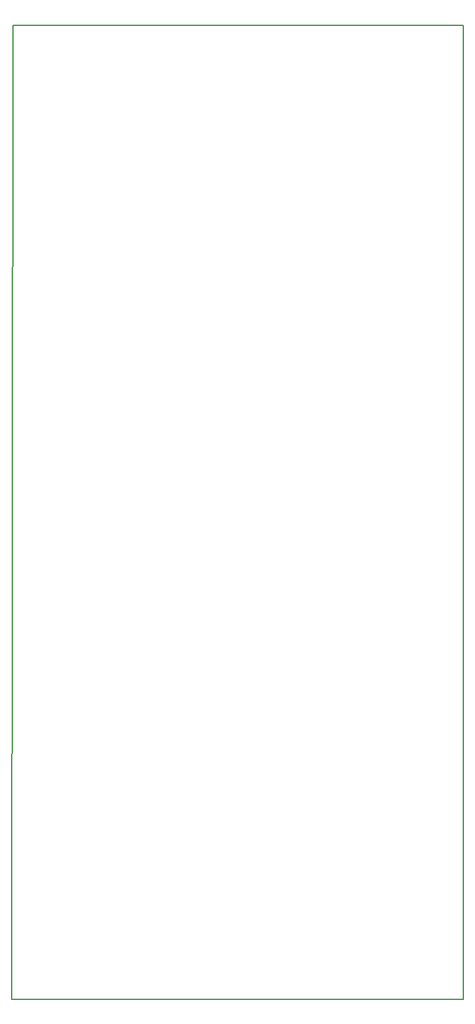
<source format=gbr>
G04 DipTrace 3.3.1.3*
G04 BoardOutline.gbr*
%MOIN*%
G04 #@! TF.FileFunction,Profile*
G04 #@! TF.Part,Single*
%ADD11C,0.005512*%
%FSLAX26Y26*%
G04*
G70*
G90*
G75*
G01*
G04 BoardOutline*
%LPD*%
X399951Y5393701D2*
D11*
X393701Y393701D1*
X2712451D1*
Y5393701D1*
X399951D1*
M02*

</source>
